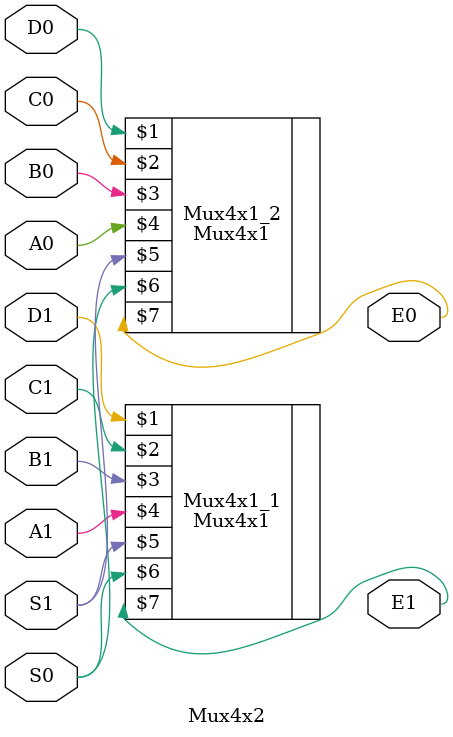
<source format=v>
`timescale 1ns / 1ns

module Mux4x2(A1, A0, B1, B0,
                C1, C0, D1, D0, 
                S1, S0, E1, E0);

    input A1, A0, B1, B0, C1, C0, D1, D0;
    input S1, S0;
    output E1, E0;

    Mux4x1 Mux4x1_1(D1, C1, B1, A1, S1, S0, E1);
    Mux4x1 Mux4x1_2(D0, C0, B0, A0, S1, S0, E0);

endmodule
</source>
